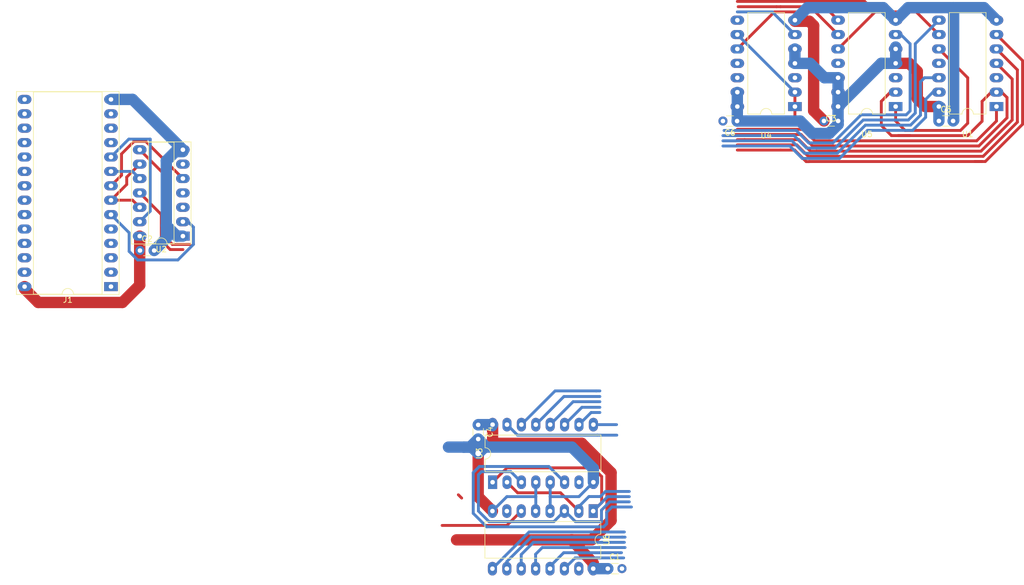
<source format=kicad_pcb>
(kicad_pcb (version 20221018) (generator pcbnew)
  (layers (0 "F.Cu" signal) (31 "B.Cu" signal) (34 "B.Paste" user) (35 "F.Paste" user) (36 "B.SilkS" user "B.Silkscreen") (37 "F.SilkS" user "F.Silkscreen") (38 "B.Mask" user) (39 "F.Mask" user) (44 "Edge.Cuts" user))
  (net 0 "")
  (net 1 "+5V")
  (net 2 "GND")
  (net 8 "/PWM_IN")
  (net 9 "/DIR_IN")
  (net 10 "/H3_IN")
  (net 11 "/H2_IN")
  (net 12 "/H1_IN")
  (net 13 "/B_H_OUT")
  (net 14 "/G_H_OUT")
  (net 15 "/Y_H_OUT")
  (net 16 "/B_L_OUT")
  (net 17 "/G_L_OUT")
  (net 18 "/Y_L_OUT")
  (net 29 "Net-(U6-~{Y2})")
  (net 30 "Net-(U6-~{Y3})")
  (net 31 "Net-(U3-~{Y4})")
  (net 32 "Net-(U3-~{Y5})")
  (net 33 "Net-(U6-~{Y5})")
  (net 34 "Net-(U6-~{Y1})")
  (net 35 "Net-(U3-~{Y2})")
  (net 36 "Net-(U3-~{Y6})")
  (net 37 "/adressInverter/{slash}PWM")
  (net 38 "/adressInverter/H1_OUT")
  (net 39 "/adressInverter/H2_OUT")
  (net 40 "/adressInverter/H3_OUT")
  (net 42 "Net-(U3-~{Y3})")
  (net 43 "Net-(U3-~{Y1})")
  (net 44 "unconnected-(U3-~{Y0}-Pad15)")
  (net 45 "Net-(U6-~{Y6})")
  (net 46 "Net-(U6-~{Y4})")
  (footprint "Capacitor_THT:C_Disc_D3.0mm_W1.6mm_P2.50mm" (layer "F.Cu") (at 140.986578 145.0198)
    (fp_text reference "C1" (at 1.25 -2.05) (layer "F.SilkS"))
    (fp_text value "100n")
    (fp_line (start 0.621 -0.92) (end 1.879 -0.92) (stroke (width 0.12)) (layer "F.SilkS"))
    (fp_line (start 0.621 0.92) (end 1.879 0.92) (stroke (width 0.12)) (layer "F.SilkS"))
    (pad "1" thru_hole circle (at 0 0) (size 1.6 1.6) (drill 0.8) (layers "*.Cu" "*.Mask") (net 1 "+5V"))
    (pad "2" thru_hole circle (at 2.5 0) (size 1.6 1.6) (drill 0.8) (layers "*.Cu" "*.Mask") (net 2 "GND"))
  )
  (footprint "Capacitor_THT:C_Disc_D3.0mm_W1.6mm_P2.50mm" (layer "F.Cu") (at 118.126578 119.6598 -90)
    (fp_text reference "C4" (at 1.25 -2.05 90) (layer "F.SilkS"))
    (fp_text value "100n")
    (fp_line (start 0.621 -0.92) (end 1.879 -0.92) (stroke (width 0.12)) (layer "F.SilkS"))
    (fp_line (start 0.621 0.92) (end 1.879 0.92) (stroke (width 0.12)) (layer "F.SilkS"))
    (pad "1" thru_hole circle (at 0 0 270) (size 1.6 1.6) (drill 0.8) (layers "*.Cu" "*.Mask") (net 1 "+5V"))
    (pad "2" thru_hole circle (at 2.5 0 270) (size 1.6 1.6) (drill 0.8) (layers "*.Cu" "*.Mask") (net 2 "GND"))
  )
  (footprint "Package_DIP:DIP-14_W10.16mm_LongPads" (layer "F.Cu") (at 209.555 63.5 180)
    (fp_text reference "U1" (at 5.08 -4.885) (layer "F.SilkS"))
    (fp_text value "7421")
    (fp_line (start 1.845 -1.33) (end 1.845 16.57) (stroke (width 0.12)) (layer "F.SilkS"))
    (fp_line (start 1.845 16.57) (end 8.315 16.57) (stroke (width 0.12)) (layer "F.SilkS"))
    (fp_line (start 4.08 -1.33) (end 1.845 -1.33) (stroke (width 0.12)) (layer "F.SilkS"))
    (fp_line (start 8.315 -1.33) (end 6.08 -1.33) (stroke (width 0.12)) (layer "F.SilkS"))
    (fp_line (start 8.315 16.57) (end 8.315 -1.33) (stroke (width 0.12)) (layer "F.SilkS"))
    (fp_arc (start 6.08 -1.33) (mid 5.08 -0.33) (end 4.08 -1.33) (stroke (width 0.12)) (layer "F.SilkS"))
    (pad "1" thru_hole rect (at 0 0 180) (size 2.4 1.6) (drill 0.8) (layers "*.Cu" "*.Mask") (net 29 "Net-(U6-~{Y2})"))
    (pad "2" thru_hole oval (at 0 2.54 180) (size 2.4 1.6) (drill 0.8) (layers "*.Cu" "*.Mask") (net 30 "Net-(U6-~{Y3})"))
    (pad "3" thru_hole oval (at 0 5.08 180) (size 2.4 1.6) (drill 0.8) (layers "*.Cu" "*.Mask"))
    (pad "4" thru_hole oval (at 0 7.62 180) (size 2.4 1.6) (drill 0.8) (layers "*.Cu" "*.Mask") (net 31 "Net-(U3-~{Y4})"))
    (pad "5" thru_hole oval (at 0 10.16 180) (size 2.4 1.6) (drill 0.8) (layers "*.Cu" "*.Mask") (net 32 "Net-(U3-~{Y5})"))
    (pad "6" thru_hole oval (at 0 12.7 180) (size 2.4 1.6) (drill 0.8) (layers "*.Cu" "*.Mask") (net 17 "/G_L_OUT"))
    (pad "7" thru_hole oval (at 0 15.24 180) (size 2.4 1.6) (drill 0.8) (layers "*.Cu" "*.Mask") (net 2 "GND"))
    (pad "8" thru_hole oval (at 10.16 15.24 180) (size 2.4 1.6) (drill 0.8) (layers "*.Cu" "*.Mask") (net 16 "/B_L_OUT"))
    (pad "9" thru_hole oval (at 10.16 12.7 180) (size 2.4 1.6) (drill 0.8) (layers "*.Cu" "*.Mask") (net 33 "Net-(U6-~{Y5})"))
    (pad "10" thru_hole oval (at 10.16 10.16 180) (size 2.4 1.6) (drill 0.8) (layers "*.Cu" "*.Mask") (net 34 "Net-(U6-~{Y1})"))
    (pad "11" thru_hole oval (at 10.16 7.62 180) (size 2.4 1.6) (drill 0.8) (layers "*.Cu" "*.Mask"))
    (pad "12" thru_hole oval (at 10.16 5.08 180) (size 2.4 1.6) (drill 0.8) (layers "*.Cu" "*.Mask") (net 35 "Net-(U3-~{Y2})"))
    (pad "13" thru_hole oval (at 10.16 2.54 180) (size 2.4 1.6) (drill 0.8) (layers "*.Cu" "*.Mask") (net 36 "Net-(U3-~{Y6})"))
    (pad "14" thru_hole oval (at 10.16 0 180) (size 2.4 1.6) (drill 0.8) (layers "*.Cu" "*.Mask") (net 1 "+5V"))
  )
  (footprint "Capacitor_THT:C_Disc_D3.0mm_W1.6mm_P2.50mm" (layer "F.Cu") (at 163.8 66.06 180)
    (fp_text reference "C6" (at 1.25 -2.05) (layer "F.SilkS"))
    (fp_text value "100n")
    (fp_line (start 0.621 -0.92) (end 1.879 -0.92) (stroke (width 0.12)) (layer "F.SilkS"))
    (fp_line (start 0.621 0.92) (end 1.879 0.92) (stroke (width 0.12)) (layer "F.SilkS"))
    (pad "1" thru_hole circle (at 0 0 180) (size 1.6 1.6) (drill 0.8) (layers "*.Cu" "*.Mask") (net 1 "+5V"))
    (pad "2" thru_hole circle (at 2.5 0 180) (size 1.6 1.6) (drill 0.8) (layers "*.Cu" "*.Mask") (net 2 "GND"))
  )
  (footprint "Capacitor_THT:C_Disc_D3.0mm_W1.6mm_P2.50mm" (layer "F.Cu") (at 199.4 66.045)
    (fp_text reference "C5" (at 1.25 -2.05) (layer "F.SilkS"))
    (fp_text value "100n")
    (fp_line (start 0.621 -0.92) (end 1.879 -0.92) (stroke (width 0.12)) (layer "F.SilkS"))
    (fp_line (start 0.621 0.92) (end 1.879 0.92) (stroke (width 0.12)) (layer "F.SilkS"))
    (pad "1" thru_hole circle (at 0 0) (size 1.6 1.6) (drill 0.8) (layers "*.Cu" "*.Mask") (net 1 "+5V"))
    (pad "2" thru_hole circle (at 2.5 0) (size 1.6 1.6) (drill 0.8) (layers "*.Cu" "*.Mask") (net 2 "GND"))
  )
  (footprint "Package_DIP:DIP-16_W10.16mm_LongPads" (layer "F.Cu") (at 138.416578 134.8648 -90)
    (fp_text reference "U6" (at 5.08 -2.33 90) (layer "F.SilkS"))
    (fp_text value "74LS138")
    (fp_line (start 1.845 -1.33) (end 1.845 19.11) (stroke (width 0.12)) (layer "F.SilkS"))
    (fp_line (start 1.845 19.11) (end 8.315 19.11) (stroke (width 0.12)) (layer "F.SilkS"))
    (fp_line (start 4.08 -1.33) (end 1.845 -1.33) (stroke (width 0.12)) (layer "F.SilkS"))
    (fp_line (start 8.315 -1.33) (end 6.08 -1.33) (stroke (width 0.12)) (layer "F.SilkS"))
    (fp_line (start 8.315 19.11) (end 8.315 -1.33) (stroke (width 0.12)) (layer "F.SilkS"))
    (fp_arc (start 6.08 -1.33) (mid 5.08 -0.33) (end 4.08 -1.33) (stroke (width 0.12)) (layer "F.SilkS"))
    (pad "1" thru_hole rect (at 0 0 270) (size 2.4 1.6) (drill 0.8) (layers "*.Cu" "*.Mask") (net 38 "/adressInverter/H1_OUT"))
    (pad "2" thru_hole oval (at 0 2.54 270) (size 2.4 1.6) (drill 0.8) (layers "*.Cu" "*.Mask") (net 39 "/adressInverter/H2_OUT"))
    (pad "3" thru_hole oval (at 0 5.08 270) (size 2.4 1.6) (drill 0.8) (layers "*.Cu" "*.Mask") (net 40 "/adressInverter/H3_OUT"))
    (pad "4" thru_hole oval (at 0 7.62 270) (size 2.4 1.6) (drill 0.8) (layers "*.Cu" "*.Mask") (net 2 "GND"))
    (pad "5" thru_hole oval (at 0 10.16 270) (size 2.4 1.6) (drill 0.8) (layers "*.Cu" "*.Mask") (net 2 "GND"))
    (pad "6" thru_hole oval (at 0 12.7 270) (size 2.4 1.6) (drill 0.8) (layers "*.Cu" "*.Mask") (net 8 "/PWM_IN"))
    (pad "7" thru_hole oval (at 0 15.24 270) (size 2.4 1.6) (drill 0.8) (layers "*.Cu" "*.Mask"))
    (pad "8" thru_hole oval (at 0 17.78 270) (size 2.4 1.6) (drill 0.8) (layers "*.Cu" "*.Mask") (net 2 "GND"))
    (pad "9" thru_hole oval (at 10.16 17.78 270) (size 2.4 1.6) (drill 0.8) (layers "*.Cu" "*.Mask") (net 45 "Net-(U6-~{Y6})"))
    (pad "10" thru_hole oval (at 10.16 15.24 270) (size 2.4 1.6) (drill 0.8) (layers "*.Cu" "*.Mask") (net 33 "Net-(U6-~{Y5})"))
    (pad "11" thru_hole oval (at 10.16 12.7 270) (size 2.4 1.6) (drill 0.8) (layers "*.Cu" "*.Mask") (net 46 "Net-(U6-~{Y4})"))
    (pad "12" thru_hole oval (at 10.16 10.16 270) (size 2.4 1.6) (drill 0.8) (layers "*.Cu" "*.Mask") (net 30 "Net-(U6-~{Y3})"))
    (pad "13" thru_hole oval (at 10.16 7.62 270) (size 2.4 1.6) (drill 0.8) (layers "*.Cu" "*.Mask") (net 29 "Net-(U6-~{Y2})"))
    (pad "14" thru_hole oval (at 10.16 5.08 270) (size 2.4 1.6) (drill 0.8) (layers "*.Cu" "*.Mask") (net 34 "Net-(U6-~{Y1})"))
    (pad "15" thru_hole oval (at 10.16 2.54 270) (size 2.4 1.6) (drill 0.8) (layers "*.Cu" "*.Mask"))
    (pad "16" thru_hole oval (at 10.16 0 270) (size 2.4 1.6) (drill 0.8) (layers "*.Cu" "*.Mask") (net 1 "+5V"))
  )
  (footprint "Capacitor_THT:C_Disc_D3.0mm_W1.6mm_P2.50mm" (layer "F.Cu") (at 181.62 66.045 180)
    (fp_text reference "C3" (at 1.25 0.4452) (layer "F.SilkS"))
    (fp_text value "100n")
    (fp_line (start 0.621 -0.92) (end 1.879 -0.92) (stroke (width 0.12)) (layer "F.SilkS"))
    (fp_line (start 0.621 0.92) (end 1.879 0.92) (stroke (width 0.12)) (layer "F.SilkS"))
    (pad "1" thru_hole circle (at 0 0 180) (size 1.6 1.6) (drill 0.8) (layers "*.Cu" "*.Mask") (net 1 "+5V"))
    (pad "2" thru_hole circle (at 2.5 0 180) (size 1.6 1.6) (drill 0.8) (layers "*.Cu" "*.Mask") (net 2 "GND"))
  )
  (footprint "Package_DIP:DIP-28_W15.24mm_Socket_LongPads" (layer "F.Cu") (at 53.345 95.265 180)
    (fp_text reference "J1" (at 7.62 -2.33) (layer "F.SilkS"))
    (fp_text value "Conn_02x14_Counter_Clockwise")
    (fp_line (start -1.44 -1.39) (end -1.44 34.41) (stroke (width 0.12)) (layer "F.SilkS"))
    (fp_line (start -1.44 34.41) (end 16.68 34.41) (stroke (width 0.12)) (layer "F.SilkS"))
    (fp_line (start 1.56 -1.33) (end 1.56 34.35) (stroke (width 0.12)) (layer "F.SilkS"))
    (fp_line (start 1.56 34.35) (end 13.68 34.35) (stroke (width 0.12)) (layer "F.SilkS"))
    (fp_line (start 6.62 -1.33) (end 1.56 -1.33) (stroke (width 0.12)) (layer "F.SilkS"))
    (fp_line (start 13.68 -1.33) (end 8.62 -1.33) (stroke (width 0.12)) (layer "F.SilkS"))
    (fp_line (start 13.68 34.35) (end 13.68 -1.33) (stroke (width 0.12)) (layer "F.SilkS"))
    (fp_line (start 16.68 -1.39) (end -1.44 -1.39) (stroke (width 0.12)) (layer "F.SilkS"))
    (fp_line (start 16.68 34.41) (end 16.68 -1.39) (stroke (width 0.12)) (layer "F.SilkS"))
    (fp_arc (start 8.62 -1.33) (mid 7.62 -0.33) (end 6.62 -1.33) (stroke (width 0.12)) (layer "F.SilkS"))
    (pad "1" thru_hole rect (at 0 0 180) (size 2.4 1.6) (drill 0.8) (layers "*.Cu" "*.Mask"))
    (pad "2" thru_hole oval (at 0 2.54 180) (size 2.4 1.6) (drill 0.8) (layers "*.Cu" "*.Mask"))
    (pad "3" thru_hole oval (at 0 5.08 180) (size 2.4 1.6) (drill 0.8) (layers "*.Cu" "*.Mask"))
    (pad "4" thru_hole oval (at 0 7.62 180) (size 2.4 1.6) (drill 0.8) (layers "*.Cu" "*.Mask"))
    (pad "5" thru_hole oval (at 0 10.16 180) (size 2.4 1.6) (drill 0.8) (layers "*.Cu" "*.Mask"))
    (pad "6" thru_hole oval (at 0 12.7 180) (size 2.4 1.6) (drill 0.8) (layers "*.Cu" "*.Mask") (net 8 "/PWM_IN"))
    (pad "7" thru_hole oval (at 0 15.24 180) (size 2.4 1.6) (drill 0.8) (layers "*.Cu" "*.Mask") (net 9 "/DIR_IN"))
    (pad "8" thru_hole oval (at 0 17.78 180) (size 2.4 1.6) (drill 0.8) (layers "*.Cu" "*.Mask") (net 10 "/H3_IN"))
    (pad "9" thru_hole oval (at 0 20.32 180) (size 2.4 1.6) (drill 0.8) (layers "*.Cu" "*.Mask") (net 11 "/H2_IN"))
    (pad "10" thru_hole oval (at 0 22.86 180) (size 2.4 1.6) (drill 0.8) (layers "*.Cu" "*.Mask") (net 12 "/H1_IN"))
    (pad "11" thru_hole oval (at 0 25.4 180) (size 2.4 1.6) (drill 0.8) (layers "*.Cu" "*.Mask") (net 13 "/B_H_OUT"))
    (pad "12" thru_hole oval (at 0 27.94 180) (size 2.4 1.6) (drill 0.8) (layers "*.Cu" "*.Mask") (net 14 "/G_H_OUT"))
    (pad "13" thru_hole oval (at 0 30.48 180) (size 2.4 1.6) (drill 0.8) (layers "*.Cu" "*.Mask") (net 15 "/Y_H_OUT"))
    (pad "14" thru_hole oval (at 0 33.02 180) (size 2.4 1.6) (drill 0.8) (layers "*.Cu" "*.Mask") (net 2 "GND"))
    (pad "15" thru_hole oval (at 15.24 33.02 180) (size 2.4 1.6) (drill 0.8) (layers "*.Cu" "*.Mask") (net 16 "/B_L_OUT"))
    (pad "16" thru_hole oval (at 15.24 30.48 180) (size 2.4 1.6) (drill 0.8) (layers "*.Cu" "*.Mask") (net 17 "/G_L_OUT"))
    (pad "17" thru_hole oval (at 15.24 27.94 180) (size 2.4 1.6) (drill 0.8) (layers "*.Cu" "*.Mask") (net 18 "/Y_L_OUT"))
    (pad "18" thru_hole oval (at 15.24 25.4 180) (size 2.4 1.6) (drill 0.8) (layers "*.Cu" "*.Mask"))
    (pad "19" thru_hole oval (at 15.24 22.86 180) (size 2.4 1.6) (drill 0.8) (layers "*.Cu" "*.Mask"))
    (pad "20" thru_hole oval (at 15.24 20.32 180) (size 2.4 1.6) (drill 0.8) (layers "*.Cu" "*.Mask"))
    (pad "21" thru_hole oval (at 15.24 17.78 180) (size 2.4 1.6) (drill 0.8) (layers "*.Cu" "*.Mask"))
    (pad "22" thru_hole oval (at 15.24 15.24 180) (size 2.4 1.6) (drill 0.8) (layers "*.Cu" "*.Mask"))
    (pad "23" thru_hole oval (at 15.24 12.7 180) (size 2.4 1.6) (drill 0.8) (layers "*.Cu" "*.Mask"))
    (pad "24" thru_hole oval (at 15.24 10.16 180) (size 2.4 1.6) (drill 0.8) (layers "*.Cu" "*.Mask"))
    (pad "25" thru_hole oval (at 15.24 7.62 180) (size 2.4 1.6) (drill 0.8) (layers "*.Cu" "*.Mask"))
    (pad "26" thru_hole oval (at 15.24 5.08 180) (size 2.4 1.6) (drill 0.8) (layers "*.Cu" "*.Mask"))
    (pad "27" thru_hole oval (at 15.24 2.54 180) (size 2.4 1.6) (drill 0.8) (layers "*.Cu" "*.Mask"))
    (pad "28" thru_hole oval (at 15.24 0 180) (size 2.4 1.6) (drill 0.8) (layers "*.Cu" "*.Mask") (net 1 "+5V"))
  )
  (footprint "Package_DIP:DIP-14_W7.62mm_Socket_LongPads" (layer "F.Cu") (at 66.03 86.36 180)
    (fp_text reference "U2" (at 3.81 -2.33) (layer "F.SilkS"))
    (fp_text value "74LS86" hide)
    (fp_line (start -1.44 -1.39) (end -1.44 16.63) (stroke (width 0.12)) (layer "F.SilkS"))
    (fp_line (start -1.44 16.63) (end 9.06 16.63) (stroke (width 0.12)) (layer "F.SilkS"))
    (fp_line (start 1.56 -1.33) (end 1.56 16.57) (stroke (width 0.12)) (layer "F.SilkS"))
    (fp_line (start 1.56 16.57) (end 6.06 16.57) (stroke (width 0.12)) (layer "F.SilkS"))
    (fp_line (start 2.81 -1.33) (end 1.56 -1.33) (stroke (width 0.12)) (layer "F.SilkS"))
    (fp_line (start 6.06 -1.33) (end 4.81 -1.33) (stroke (width 0.12)) (layer "F.SilkS"))
    (fp_line (start 6.06 16.57) (end 6.06 -1.33) (stroke (width 0.12)) (layer "F.SilkS"))
    (fp_line (start 9.06 -1.39) (end -1.44 -1.39) (stroke (width 0.12)) (layer "F.SilkS"))
    (fp_line (start 9.06 16.63) (end 9.06 -1.39) (stroke (width 0.12)) (layer "F.SilkS"))
    (fp_arc (start 4.81 -1.33) (mid 3.81 -0.33) (end 2.81 -1.33) (stroke (width 0.12)) (layer "F.SilkS"))
    (pad "1" thru_hole rect (at 0 0 180) (size 2.4 1.6) (drill 0.8) (layers "*.Cu" "*.Mask") (net 2 "GND"))
    (pad "2" thru_hole oval (at 0 2.54 180) (size 2.4 1.6) (drill 0.8) (layers "*.Cu" "*.Mask") (net 8 "/PWM_IN"))
    (pad "3" thru_hole oval (at 0 5.08 180) (size 2.4 1.6) (drill 0.8) (layers "*.Cu" "*.Mask") (net 37 "/adressInverter/{slash}PWM"))
    (pad "4" thru_hole oval (at 0 7.62 180) (size 2.4 1.6) (drill 0.8) (layers "*.Cu" "*.Mask") (net 9 "/DIR_IN"))
    (pad "5" thru_hole oval (at 0 10.16 180) (size 2.4 1.6) (drill 0.8) (layers "*.Cu" "*.Mask") (net 10 "/H3_IN"))
    (pad "6" thru_hole oval (at 0 12.7 180) (size 2.4 1.6) (drill 0.8) (layers "*.Cu" "*.Mask") (net 38 "/adressInverter/H1_OUT"))
    (pad "7" thru_hole oval (at 0 15.24 180) (size 2.4 1.6) (drill 0.8) (layers "*.Cu" "*.Mask") (net 2 "GND"))
    (pad "8" thru_hole oval (at 7.62 15.24 180) (size 2.4 1.6) (drill 0.8) (layers "*.Cu" "*.Mask") (net 39 "/adressInverter/H2_OUT"))
    (pad "9" thru_hole oval (at 7.62 12.7 180) (size 2.4 1.6) (drill 0.8) (layers "*.Cu" "*.Mask") (net 9 "/DIR_IN"))
    (pad "10" thru_hole oval (at 7.62 10.16 180) (size 2.4 1.6) (drill 0.8) (layers "*.Cu" "*.Mask") (net 11 "/H2_IN"))
    (pad "11" thru_hole oval (at 7.62 7.62 180) (size 2.4 1.6) (drill 0.8) (layers "*.Cu" "*.Mask") (net 40 "/adressInverter/H3_OUT"))
    (pad "12" thru_hole oval (at 7.62 5.08 180) (size 2.4 1.6) (drill 0.8) (layers "*.Cu" "*.Mask") (net 9 "/DIR_IN"))
    (pad "13" thru_hole oval (at 7.62 2.54 180) (size 2.4 1.6) (drill 0.8) (layers "*.Cu" "*.Mask") (net 12 "/H1_IN"))
    (pad "14" thru_hole oval (at 7.62 0 180) (size 2.4 1.6) (drill 0.8) (layers "*.Cu" "*.Mask") (net 1 "+5V"))
  )
  (footprint "Package_DIP:DIP-14_W10.16mm_LongPads" (layer "F.Cu") (at 191.77 63.5 180)
    (fp_text reference "U5" (at 5.08 -4.885) (layer "F.SilkS"))
    (fp_text value "7421")
    (fp_line (start 1.845 -1.33) (end 1.845 16.57) (stroke (width 0.12)) (layer "F.SilkS"))
    (fp_line (start 1.845 16.57) (end 8.315 16.57) (stroke (width 0.12)) (layer "F.SilkS"))
    (fp_line (start 4.08 -1.33) (end 1.845 -1.33) (stroke (width 0.12)) (layer "F.SilkS"))
    (fp_line (start 8.315 -1.33) (end 6.08 -1.33) (stroke (width 0.12)) (layer "F.SilkS"))
    (fp_line (start 8.315 16.57) (end 8.315 -1.33) (stroke (width 0.12)) (layer "F.SilkS"))
    (fp_arc (start 6.08 -1.33) (mid 5.08 -0.33) (end 4.08 -1.33) (stroke (width 0.12)) (layer "F.SilkS"))
    (pad "1" thru_hole rect (at 0 0 180) (size 2.4 1.6) (drill 0.8) (layers "*.Cu" "*.Mask") (net 34 "Net-(U6-~{Y1})"))
    (pad "2" thru_hole oval (at 0 2.54 180) (size 2.4 1.6) (drill 0.8) (layers "*.Cu" "*.Mask") (net 30 "Net-(U6-~{Y3})"))
    (pad "3" thru_hole oval (at 0 5.08 180) (size 2.4 1.6) (drill 0.8) (layers "*.Cu" "*.Mask"))
    (pad "4" thru_hole oval (at 0 7.62 180) (size 2.4 1.6) (drill 0.8) (layers "*.Cu" "*.Mask") (net 1 "+5V"))
    (pad "5" thru_hole oval (at 0 10.16 180) (size 2.4 1.6) (drill 0.8) (layers "*.Cu" "*.Mask") (net 1 "+5V"))
    (pad "6" thru_hole oval (at 0 12.7 180) (size 2.4 1.6) (drill 0.8) (layers "*.Cu" "*.Mask") (net 15 "/Y_H_OUT"))
    (pad "7" thru_hole oval (at 0 15.24 180) (size 2.4 1.6) (drill 0.8) (layers "*.Cu" "*.Mask") (net 2 "GND"))
    (pad "8" thru_hole oval (at 10.16 15.24 180) (size 2.4 1.6) (drill 0.8) (layers "*.Cu" "*.Mask") (net 14 "/G_H_OUT"))
    (pad "9" thru_hole oval (at 10.16 12.7 180) (size 2.4 1.6) (drill 0.8) (layers "*.Cu" "*.Mask") (net 46 "Net-(U6-~{Y4})"))
    (pad "10" thru_hole oval (at 10.16 10.16 180) (size 2.4 1.6) (drill 0.8) (layers "*.Cu" "*.Mask") (net 33 "Net-(U6-~{Y5})"))
    (pad "11" thru_hole oval (at 10.16 7.62 180) (size 2.4 1.6) (drill 0.8) (layers "*.Cu" "*.Mask"))
    (pad "12" thru_hole oval (at 10.16 5.08 180) (size 2.4 1.6) (drill 0.8) (layers "*.Cu" "*.Mask") (net 1 "+5V"))
    (pad "13" thru_hole oval (at 10.16 2.54 180) (size 2.4 1.6) (drill 0.8) (layers "*.Cu" "*.Mask") (net 1 "+5V"))
    (pad "14" thru_hole oval (at 10.16 0 180) (size 2.4 1.6) (drill 0.8) (layers "*.Cu" "*.Mask") (net 1 "+5V"))
  )
  (footprint "Package_DIP:DIP-16_W10.16mm_LongPads" (layer "F.Cu") (at 120.666578 129.7748 90)
    (fp_text reference "U3" (at 5.08 -2.33 90) (layer "F.SilkS"))
    (fp_text value "74LS138")
    (fp_line (start 1.845 -1.33) (end 1.845 19.11) (stroke (width 0.12)) (layer "F.SilkS"))
    (fp_line (start 1.845 19.11) (end 8.315 19.11) (stroke (width 0.12)) (layer "F.SilkS"))
    (fp_line (start 4.08 -1.33) (end 1.845 -1.33) (stroke (width 0.12)) (layer "F.SilkS"))
    (fp_line (start 8.315 -1.33) (end 6.08 -1.33) (stroke (width 0.12)) (layer "F.SilkS"))
    (fp_line (start 8.315 19.11) (end 8.315 -1.33) (stroke (width 0.12)) (layer "F.SilkS"))
    (fp_arc (start 6.08 -1.33) (mid 5.08 -0.33) (end 4.08 -1.33) (stroke (width 0.12)) (layer "F.SilkS"))
    (pad "1" thru_hole rect (at 0 0 90) (size 2.4 1.6) (drill 0.8) (layers "*.Cu" "*.Mask") (net 38 "/adressInverter/H1_OUT"))
    (pad "2" thru_hole oval (at 0 2.54 90) (size 2.4 1.6) (drill 0.8) (layers "*.Cu" "*.Mask") (net 39 "/adressInverter/H2_OUT"))
    (pad "3" thru_hole oval (at 0 5.08 90) (size 2.4 1.6) (drill 0.8) (layers "*.Cu" "*.Mask") (net 40 "/adressInverter/H3_OUT"))
    (pad "4" thru_hole oval (at 0 7.62 90) (size 2.4 1.6) (drill 0.8) (layers "*.Cu" "*.Mask") (net 2 "GND"))
    (pad "5" thru_hole oval (at 0 10.16 90) (size 2.4 1.6) (drill 0.8) (layers "*.Cu" "*.Mask") (net 2 "GND"))
    (pad "6" thru_hole oval (at 0 12.7 90) (size 2.4 1.6) (drill 0.8) (layers "*.Cu" "*.Mask") (net 37 "/adressInverter/{slash}PWM"))
    (pad "7" thru_hole oval (at 0 15.24 90) (size 2.4 1.6) (drill 0.8) (layers "*.Cu" "*.Mask"))
    (pad "8" thru_hole oval (at 0 17.78 90) (size 2.4 1.6) (drill 0.8) (layers "*.Cu" "*.Mask") (net 2 "GND"))
    (pad "9" thru_hole oval (at 10.16 17.78 90) (size 2.4 1.6) (drill 0.8) (layers "*.Cu" "*.Mask") (net 36 "Net-(U3-~{Y6})"))
    (pad "10" thru_hole oval (at 10.16 15.24 90) (size 2.4 1.6) (drill 0.8) (layers "*.Cu" "*.Mask") (net 32 "Net-(U3-~{Y5})"))
    (pad "11" thru_hole oval (at 10.16 12.7 90) (size 2.4 1.6) (drill 0.8) (layers "*.Cu" "*.Mask") (net 31 "Net-(U3-~{Y4})"))
    (pad "12" thru_hole oval (at 10.16 10.16 90) (size 2.4 1.6) (drill 0.8) (layers "*.Cu" "*.Mask") (net 42 "Net-(U3-~{Y3})"))
    (pad "13" thru_hole oval (at 10.16 7.62 90) (size 2.4 1.6) (drill 0.8) (layers "*.Cu" "*.Mask") (net 35 "Net-(U3-~{Y2})"))
    (pad "14" thru_hole oval (at 10.16 5.08 90) (size 2.4 1.6) (drill 0.8) (layers "*.Cu" "*.Mask") (net 43 "Net-(U3-~{Y1})"))
    (pad "15" thru_hole oval (at 10.16 2.54 90) (size 2.4 1.6) (drill 0.8) (layers "*.Cu" "*.Mask") (net 44 "unconnected-(U3-~{Y0}-Pad15)"))
    (pad "16" thru_hole oval (at 10.16 0 90) (size 2.4 1.6) (drill 0.8) (layers "*.Cu" "*.Mask") (net 1 "+5V"))
  )
  (footprint "Package_DIP:DIP-14_W10.16mm_LongPads" (layer "F.Cu") (at 174 63.505 180)
    (fp_text reference "U4" (at 5.075 -5.09) (layer "F.SilkS"))
    (fp_text value "7421")
    (fp_line (start 1.845 -1.33) (end 1.845 16.57) (stroke (width 0.12)) (layer "F.SilkS"))
    (fp_line (start 1.845 16.57) (end 8.315 16.57) (stroke (width 0.12)) (layer "F.SilkS"))
    (fp_line (start 4.08 -1.33) (end 1.845 -1.33) (stroke (width 0.12)) (layer "F.SilkS"))
    (fp_line (start 8.315 -1.33) (end 6.08 -1.33) (stroke (width 0.12)) (layer "F.SilkS"))
    (fp_line (start 8.315 16.57) (end 8.315 -1.33) (stroke (width 0.12)) (layer "F.SilkS"))
    (fp_arc (start 6.08 -1.33) (mid 5.08 -0.33) (end 4.08 -1.33) (stroke (width 0.12)) (layer "F.SilkS"))
    (pad "1" thru_hole rect (at 0 0 180) (size 2.4 1.6) (drill 0.8) (layers "*.Cu" "*.Mask") (net 29 "Net-(U6-~{Y2})"))
    (pad "2" thru_hole oval (at 0 2.54 180) (size 2.4 1.6) (drill 0.8) (layers "*.Cu" "*.Mask") (net 45 "Net-(U6-~{Y6})"))
    (pad "3" thru_hole oval (at 0 5.08 180) (size 2.4 1.6) (drill 0.8) (layers "*.Cu" "*.Mask"))
    (pad "4" thru_hole oval (at 0 7.62 180) (size 2.4 1.6) (drill 0.8) (layers "*.Cu" "*.Mask") (net 1 "+5V"))
    (pad "5" thru_hole oval (at 0 10.16 180) (size 2.4 1.6) (drill 0.8) (layers "*.Cu" "*.Mask") (net 1 "+5V"))
    (pad "6" thru_hole oval (at 0 12.7 180) (size 2.4 1.6) (drill 0.8) (layers "*.Cu" "*.Mask") (net 13 "/B_H_OUT"))
    (pad "7" thru_hole oval (at 0 15.24 180) (size 2.4 1.6) (drill 0.8) (layers "*.Cu" "*.Mask") (net 2 "GND"))
    (pad "8" thru_hole oval (at 10.16 15.24 180) (size 2.4 1.6) (drill 0.8) (layers "*.Cu" "*.Mask") (net 18 "/Y_L_OUT"))
    (pad "9" thru_hole oval (at 10.16 12.7 180) (size 2.4 1.6) (drill 0.8) (layers "*.Cu" "*.Mask") (net 45 "Net-(U6-~{Y6})"))
    (pad "10" thru_hole oval (at 10.16 10.16 180) (size 2.4 1.6) (drill 0.8) (layers "*.Cu" "*.Mask") (net 46 "Net-(U6-~{Y4})"))
    (pad "11" thru_hole oval (at 10.16 7.62 180) (size 2.4 1.6) (drill 0.8) (layers "*.Cu" "*.Mask"))
    (pad "12" thru_hole oval (at 10.16 5.08 180) (size 2.4 1.6) (drill 0.8) (layers "*.Cu" "*.Mask") (net 43 "Net-(U3-~{Y1})"))
    (pad "13" thru_hole oval (at 10.16 2.54 180) (size 2.4 1.6) (drill 0.8) (layers "*.Cu" "*.Mask") (net 42 "Net-(U3-~{Y3})"))
    (pad "14" thru_hole oval (at 10.16 0 180) (size 2.4 1.6) (drill 0.8) (layers "*.Cu" "*.Mask") (net 1 "+5V"))
  )
  (footprint "Capacitor_THT:C_Disc_D3.0mm_W1.6mm_P2.50mm" (layer "F.Cu") (at 58.46 88.9)
    (fp_text reference "C2" (at 1.25 -2.05) (layer "F.SilkS"))
    (fp_text value "100n")
    (fp_line (start 0.621 -0.92) (end 1.879 -0.92) (stroke (width 0.12)) (layer "F.SilkS"))
    (fp_line (start 0.621 0.92) (end 1.879 0.92) (stroke (width 0.12)) (layer "F.SilkS"))
    (pad "1" thru_hole circle (at 0 0) (size 1.6 1.6) (drill 0.8) (layers "*.Cu" "*.Mask") (net 1 "+5V"))
    (pad "2" thru_hole circle (at 2.5 0) (size 1.6 1.6) (drill 0.8) (layers "*.Cu" "*.Mask") (net 2 "GND"))
  )
  (segment (start 40.505 98.065) (end 55.3578 98.065) (width 2) (layer "F.Cu") (net 1))
  (segment (start 119.381578 139.9398) (end 134.621578 139.9398) (width 2) (layer "F.Cu") (net 1))
  (segment (start 141.567378 136.5268) (end 138.154378 139.9398) (width 2) (layer "F.Cu") (net 1))
  (segment (start 194.17 55.88) (end 195.59 57.3) (width 2) (layer "F.Cu") (net 1))
  (segment (start 120.666578 122.918219) (end 136.403474 122.918219) (width 2) (layer "F.Cu") (net 1))
  (segment (start 55.3578 98.065) (end 58.41 95.0128) (width 2) (layer "F.Cu") (net 1))
  (segment (start 196.995 63.5) (end 199.395 63.5) (width 2) (layer "F.Cu") (net 1))
  (segment (start 195.59 57.3) (end 195.59 62.095) (width 2) (layer "F.Cu") (net 1))
  (segment (start 138.416578 144.044479) (end 138.416578 145.0248) (width 2) (layer "F.Cu") (net 1))
  (segment (start 38.105 95.665) (end 40.505 98.065) (width 2) (layer "F.Cu") (net 1))
  (segment (start 120.666578 119.6148) (end 120.666578 122.918219) (width 2) (layer "F.Cu") (net 1))
  (segment (start 58.41 95.0128) (end 58.41 86.36) (width 2) (layer "F.Cu") (net 1))
  (segment (start 138.154378 139.9398) (end 134.621578 139.9398) (width 2) (layer "F.Cu") (net 1))
  (segment (start 141.567378 128.082123) (end 141.567378 136.5268) (width 2) (layer "F.Cu") (net 1))
  (segment (start 119.381578 139.9398) (end 114.301578 139.9398) (width 2) (layer "F.Cu") (net 1))
  (segment (start 38.105 95.265) (end 38.105 95.665) (width 2) (layer "F.Cu") (net 1))
  (segment (start 136.403474 122.918219) (end 141.567378 128.082123) (width 2) (layer "F.Cu") (net 1))
  (segment (start 191.77 55.88) (end 194.17 55.88) (width 2) (layer "F.Cu") (net 1))
  (segment (start 134.621578 139.9398) (end 138.416578 144.044479) (width 2) (layer "F.Cu") (net 1))
  (segment (start 195.59 62.095) (end 196.995 63.5) (width 2) (layer "F.Cu") (net 1))
  (segment (start 118.171578 119.6148) (end 118.126578 119.6598) (width 2) (layer "B.Cu") (net 1))
  (segment (start 191.77 53.0164) (end 191.78 53.0064) (width 2) (layer "B.Cu") (net 1))
  (segment (start 177.1278 68.2664) (end 174.9214 66.06) (width 2) (layer "B.Cu") (net 1))
  (segment (start 163.84 66.06) (end 163.84 61.0098) (width 2) (layer "B.Cu") (net 1))
  (segment (start 199.4 66.045) (end 199.4 63.505) (width 2) (layer "B.Cu") (net 1))
  (segment (start 191.77 55.88) (end 191.77 53.0164) (width 2) (layer "B.Cu") (net 1))
  (segment (start 181.61 58.42) (end 179.21 58.42) (width 2) (layer "B.Cu") (net 1))
  (segment (start 180.033921 68.2514) (end 177.1278 68.2514) (width 2) (layer "B.Cu") (net 1))
  (segment (start 181.61 66.035) (end 181.62 66.045) (width 2) (layer "B.Cu") (net 1))
  (segment (start 179.21 58.42) (end 176.66 55.87) (width 2) (layer "B.Cu") (net 1))
  (segment (start 181.62 66.665321) (end 180.033921 68.2514) (width 2) (layer "B.Cu") (net 1))
  (segment (start 199.4 63.505) (end 199.395 63.5) (width 2) (layer "B.Cu") (net 1))
  (segment (start 181.62 63.49) (end 189.23 55.88) (width 2) (layer "B.Cu") (net 1))
  (segment (start 120.666578 119.6148) (end 118.171578 119.6148) (width 2) (layer "B.Cu") (net 1))
  (segment (start 181.61 66.035) (end 181.61 61.0048) (width 2) (layer "B.Cu") (net 1))
  (segment (start 189.23 55.88) (end 191.77 55.88) (width 2) (layer "B.Cu") (net 1))
  (segment (start 174 53.345) (end 174 55.885) (width 2) (layer "B.Cu") (net 1))
  (segment (start 181.61 58.42) (end 181.61 63.48) (width 2) (layer "B.Cu") (net 1))
  (segment (start 138.416578 145.0248) (end 140.981578 145.0248) (width 2) (layer "B.Cu") (net 1))
  (segment (start 176.66 55.885) (end 174 55.885) (width 2) (layer "B.Cu") (net 1))
  (segment (start 174.9214 66.06) (end 163.8 66.06) (width 2) (layer "B.Cu") (net 1))
  (segment (start 181.62 66.045) (end 181.62 66.665321) (width 2) (layer "B.Cu") (net 1))
  (segment (start 140.981578 145.0248) (end 140.986578 145.0198) (width 2) (layer "B.Cu") (net 1))
  (segment (start 118.126578 124.6998) (end 118.126578 132.3548) (width 2) (layer "F.Cu") (net 2))
  (segment (start 177.299999 58.44) (end 177.299999 49.224999) (width 2) (layer "F.Cu") (net 2))
  (segment (start 179.12 66.045) (end 177.299999 64.224999) (width 2) (layer "F.Cu") (net 2))
  (segment (start 118.126578 132.3548) (end 120.636578 134.8648) (width 2) (layer "F.Cu") (net 2))
  (segment (start 177.299999 64.239999) (end 177.299999 58.44) (width 2) (layer "F.Cu") (net 2))
  (segment (start 176.54 48.465) (end 174 48.465) (width 2) (layer "F.Cu") (net 2))
  (segment (start 177.299999 49.224999) (end 176.54 48.465) (width 2) (layer "F.Cu") (net 2))
  (via (at 118.126578 124.6998) (size 1.524) (drill 1) (layers "F.Cu" "B.Cu") (net 2))
  (segment (start 201.94 46.0536) (end 202.0014 46.115) (width 2) (layer "B.Cu") (net 2))
  (segment (start 63.1096 84.50776) (end 63.1096 73.060079) (width 2) (layer "B.Cu") (net 2))
  (segment (start 119.246578 123.2798) (end 119.246578 123.5798) (width 2) (layer "B.Cu") (net 2))
  (segment (start 201.94 46.0536) (end 207.3436 46.0536) (width 2) (layer "B.Cu") (net 2))
  (segment (start 66.03 86.36) (end 64.96184 86.36) (width 2) (layer "B.Cu") (net 2))
  (segment (start 193.9764 46.0536) (end 201.94 46.0536) (width 2) (layer "B.Cu") (net 2))
  (segment (start 115.586578 123.5798) (end 112.881578 123.5798) (width 2) (layer "B.Cu") (net 2))
  (segment (start 130.826578 132.3198) (end 130.826578 134.8348) (width 0.508) (layer "B.Cu") (net 2))
  (segment (start 60.96 88.9) (end 63.1096 86.7504) (width 2) (layer "B.Cu") (net 2))
  (segment (start 138.446578 127.3748) (end 138.446578 129.7748) (width 2) (layer "B.Cu") (net 2))
  (segment (start 128.286578 134.8348) (end 128.256578 134.8648) (width 0.508) (layer "B.Cu") (net 2))
  (segment (start 130.826578 134.8348) (end 130.796578 134.8648) (width 0.508) (layer "B.Cu") (net 2))
  (segment (start 57.155 62.245) (end 66.03 71.12) (width 2) (layer "B.Cu") (net 2))
  (segment (start 64.716079 71.4536) (end 66.04 71.4536) (width 2) (layer "B.Cu") (net 2))
  (segment (start 118.126578 122.1598) (end 119.246578 123.2798) (width 2) (layer "B.Cu") (net 2))
  (segment (start 128.286578 129.7748) (end 128.286578 132.3198) (width 0.508) (layer "B.Cu") (net 2))
  (segment (start 176.1964 46.0686) (end 174 48.265) (width 2) (layer "B.Cu") (net 2))
  (segment (start 123.181578 132.3198) (end 128.286578 132.3198) (width 0.508) (layer "B.Cu") (net 2))
  (segment (start 135.901578 132.3198) (end 130.826578 132.3198) (width 0.508) (layer "B.Cu") (net 2))
  (segment (start 134.651578 123.5798) (end 138.446578 127.3748) (width 2) (layer "B.Cu") (net 2))
  (segment (start 118.126578 122.1598) (end 116.706578 123.5798) (width 2) (layer "B.Cu") (net 2))
  (segment (start 191.77 48.26) (end 189.5636 46.0536) (width 2) (layer "B.Cu") (net 2))
  (segment (start 120.636578 134.8648) (end 123.181578 132.3198) (width 0.508) (layer "B.Cu") (net 2))
  (segment (start 116.706578 123.5798) (end 115.586578 123.5798) (width 2) (layer "B.Cu") (net 2))
  (segment (start 63.1096 73.060079) (end 64.716079 71.4536) (width 2) (layer "B.Cu") (net 2))
  (segment (start 128.286578 132.3198) (end 128.286578 134.8348) (width 0.508) (layer "B.Cu") (net 2))
  (segment (start 118.126578 124.6998) (end 119.246578 123.5798) (width 2) (layer "B.Cu") (net 2))
  (segment (start 202.0014 46.115) (end 202.0014 65.9436) (width 2) (layer "B.Cu") (net 2))
  (segment (start 189.5636 46.0536) (end 176.1964 46.0536) (width 2) (layer "B.Cu") (net 2))
  (segment (start 117.006578 123.5798) (end 115.586578 123.5798) (width 2) (layer "B.Cu") (net 2))
  (segment (start 118.126578 124.6998) (end 117.006578 123.5798) (width 2) (layer "B.Cu") (net 2))
  (segment (start 191.77 48.26) (end 193.9764 46.0536) (width 2) (layer "B.Cu") (net 2))
  (segment (start 138.446578 129.7748) (end 135.901578 132.3198) (width 0.508) (layer "B.Cu") (net 2))
  (segment (start 63.1096 86.7504) (end 63.1096 84.50776) (width 2) (layer "B.Cu") (net 2))
  (segment (start 130.826578 129.7748) (end 130.826578 132.3198) (width 0.508) (layer "B.Cu") (net 2))
  (segment (start 64.96184 86.36) (end 63.1096 84.50776) (width 2) (layer "B.Cu") (net 2))
  (segment (start 53.345 62.245) (end 57.155 62.245) (width 2) (layer "B.Cu") (net 2))
  (segment (start 119.246578 123.5798) (end 134.651578 123.5798) (width 2) (layer "B.Cu") (net 2))
  (segment (start 207.3436 46.0536) (end 209.55 48.26) (width 2) (layer "B.Cu") (net 2))
  (segment (start 202.0014 65.9436) (end 201.9 66.045) (width 2) (layer "B.Cu") (net 2))
  (segment (start 123.181578 137.3998) (end 111.761578 137.3998) (width 0.508) (layer "F.Cu") (net 8))
  (segment (start 125.716578 134.8648) (end 123.856178 136.7252) (width 0.508) (layer "F.Cu") (net 8))
  (segment (start 123.856178 136.7252) (end 123.181578 137.3998) (width 0.508) (layer "F.Cu") (net 8))
  (segment (start 66.938 83.82) (end 66.03 83.82) (width 0.508) (layer "F.Cu") (net 8))
  (segment (start 115.206778 132.5704) (end 114.626378 131.99) (width 0.508) (layer "F.Cu") (net 8))
  (segment (start 125.716578 134.8648) (end 125.716578 134.4648) (width 0.508) (layer "F.Cu") (net 8))
  (segment (start 56.5496 89.054918) (end 58.055082 90.5604) (width 0.508) (layer "B.Cu") (net 8))
  (segment (start 56.5496 85.7696) (end 56.5496 89.054918) (width 0.508) (layer "B.Cu") (net 8))
  (segment (start 66.03 83.82) (end 66.938 83.82) (width 0.508) (layer "B.Cu") (net 8))
  (segment (start 65.1504 90.5604) (end 67.8904 87.8204) (width 0.508) (layer "B.Cu") (net 8))
  (segment (start 53.345 82.565) (end 56.5496 85.7696) (width 0.508) (layer "B.Cu") (net 8))
  (segment (start 58.055082 90.5604) (end 65.1504 90.5604) (width 0.508) (layer "B.Cu") (net 8))
  (segment (start 66.938 83.82) (end 67.8904 84.7724) (width 0.508) (layer "B.Cu") (net 8))
  (segment (start 67.8904 84.7724) (end 67.8904 87.8204) (width 0.508) (layer "B.Cu") (net 8))
  (segment (start 57.155 80.025) (end 58.41 81.28) (width 0.508) (layer "F.Cu") (net 9))
  (segment (start 53.345 80.025) (end 57.155 80.025) (width 0.508) (layer "F.Cu") (net 9))
  (segment (start 56.1198 75.9502) (end 58.41 73.66) (width 0.508) (layer "F.Cu") (net 9))
  (segment (start 53.345 80.025) (end 56.1198 77.2502) (width 0.508) (layer "F.Cu") (net 9))
  (segment (start 56.1198 77.2502) (end 56.1198 75.9502) (width 0.508) (layer "F.Cu") (net 9))
  (segment (start 57.405083 69.6596) (end 59.4896 69.6596) (width 0.508) (layer "F.Cu") (net 10))
  (segment (start 55.2054 71.859283) (end 57.405083 69.6596) (width 0.508) (layer "F.Cu") (net 10))
  (segment (start 53.345 77.485) (end 55.2054 75.6246) (width 0.508) (layer "F.Cu") (net 10))
  (segment (start 55.2054 75.6246) (end 55.2054 71.859283) (width 0.508) (layer "F.Cu") (net 10))
  (segment (start 59.4896 69.6596) (end 66.03 76.2) (width 0.508) (layer "F.Cu") (net 10))
  (segment (start 57.13 74.945) (end 57.14 74.935) (width 0.508) (layer "B.Cu") (net 11))
  (segment (start 57.155 74.945) (end 58.41 76.2) (width 0.508) (layer "B.Cu") (net 11))
  (segment (start 53.345 74.945) (end 57.155 74.945) (width 0.508) (layer "B.Cu") (net 11))
  (segment (start 60.2704 69.250083) (end 56.479917 69.250083) (width 0.508) (layer "B.Cu") (net 12))
  (segment (start 56.479917 69.250083) (end 55.88 69.85) (width 0.508) (layer "B.Cu") (net 12))
  (segment (start 53.345 72.405) (end 53.345 72.385) (width 0.508) (layer "B.Cu") (net 12))
  (segment (start 53.345 72.385) (end 55.88 69.85) (width 0.508) (layer "B.Cu") (net 12))
  (segment (start 60.2704 81.9596) (end 58.41 83.82) (width 0.508) (layer "B.Cu") (net 12))
  (segment (start 60.2704 69.250083) (end 60.2704 81.9596) (width 0.508) (layer "B.Cu") (net 12))
  (segment (start 169.9996 46.8046) (end 163.84 46.8046) (width 0.508) (layer "B.Cu") (net 13))
  (segment (start 174 50.805) (end 171.4675 48.2725) (width 0.508) (layer "B.Cu") (net 13))
  (segment (start 171.4675 48.2725) (end 169.9996 46.8046) (width 0.508) (layer "B.Cu") (net 13))
  (segment (start 170.759156 45.8902) (end 163.9902 45.8902) (width 0.508) (layer "F.Cu") (net 14))
  (segment (start 181.61 48.26) (end 181.615 48.26) (width 0.508) (layer "F.Cu") (net 14))
  (segment (start 171.46 45.8902) (end 170.759156 45.8902) (width 0.508) (layer "F.Cu") (net 14))
  (segment (start 181.62 48.265) (end 179.2302 45.8752) (width 0.508) (layer "F.Cu") (net 14))
  (segment (start 176.54 45.8902) (end 171.46 45.8902) (width 0.508) (layer "F.Cu") (net 14))
  (segment (start 181.615 48.26) (end 181.62 48.265) (width 0.508) (layer "F.Cu") (net 14))
  (segment (start 179.08 45.8752) (end 176.54 45.8752) (width 0.508) (layer "F.Cu") (net 14))
  (segment (start 179.2302 45.8752) (end 179.08 45.8752) (width 0.508) (layer "F.Cu") (net 14))
  (segment (start 185.6154 64.9604) (end 193.6304 64.9604) (width 0.508) (layer "B.Cu") (net 15))
  (segment (start 193.6304 64.9604) (end 194.32 64.2708) (width 0.508) (layer "B.Cu") (net 15))
  (segment (start 176.44004 69.9118) (end 180.721681 69.9118) (width 0.508) (layer "B.Cu") (net 15))
  (segment (start 185.6154 65.018081) (end 185.6154 64.9604) (width 0.508) (layer "B.Cu") (net 15))
  (segment (start 174.23364 67.7204) (end 176.44004 69.9268) (width 0.508) (layer "B.Cu") (net 15))
  (segment (start 192.678 50.8) (end 191.77 50.8) (width 0.508) (layer "B.Cu") (net 15))
  (segment (start 180.721681 69.9118) (end 185.6154 65.018081) (width 0.508) (layer "B.Cu") (net 15))
  (segment (start 161.5 67.7204) (end 174.23364 67.7204) (width 0.508) (layer "B.Cu") (net 15))
  (segment (start 194.32 52.442) (end 192.678 50.8) (width 0.508) (layer "B.Cu") (net 15))
  (segment (start 194.32 64.2708) (end 194.32 52.442) (width 0.508) (layer "B.Cu") (net 15))
  (segment (start 181.100437 70.8262) (end 186.051838 65.8748) (width 0.508) (layer "B.Cu") (net 16))
  (segment (start 195.2344 64.649556) (end 195.2344 52.4206) (width 0.508) (layer "B.Cu") (net 16))
  (segment (start 194.009156 65.8748) (end 195.2344 64.649556) (width 0.508) (layer "B.Cu") (net 16))
  (segment (start 195.2344 52.4206) (end 199.395 48.26) (width 0.508) (layer "B.Cu") (net 16))
  (segment (start 186.051838 65.8748) (end 194.009156 65.8748) (width 0.508) (layer "B.Cu") (net 16))
  (segment (start 173.854884 68.6348) (end 176.061284 70.8412) (width 0.508) (layer "B.Cu") (net 16))
  (segment (start 176.061284 70.8262) (end 181.100437 70.8262) (width 0.508) (layer "B.Cu") (net 16))
  (segment (start 161.3 68.6348) (end 173.854884 68.6348) (width 0.508) (layer "B.Cu") (net 16))
  (segment (start 207.580824 73.2018) (end 205.75 73.2018) (width 0.508) (layer "F.Cu") (net 17))
  (segment (start 214.1586 55.4036) (end 214.1586 66.624024) (width 0.508) (layer "F.Cu") (net 17))
  (segment (start 176.54 73.2168) (end 175.984174 73.2168) (width 0.508) (layer "F.Cu") (net 17))
  (segment (start 171.46 71.178) (end 163.84 71.178) (width 0.508) (layer "F.Cu") (net 17))
  (segment (start 173.945374 71.178) (end 171.46 71.178) (width 0.508) (layer "F.Cu") (net 17))
  (segment (start 174 71.232626) (end 173.945374 71.178) (width 0.508) (layer "F.Cu") (net 17))
  (segment (start 207.02 73.2018) (end 205.75 73.2018) (width 0.508) (layer "F.Cu") (net 17))
  (segment (start 209.555 50.8) (end 214.1586 55.4036) (width 0.508) (layer "F.Cu") (net 17))
  (segment (start 175.984174 73.2168) (end 175.448531 72.681157) (width 0.508) (layer "F.Cu") (net 17))
  (segment (start 205.75 73.2018) (end 176.54 73.2018) (width 0.508) (layer "F.Cu") (net 17))
  (segment (start 214.1586 66.624024) (end 207.580824 73.2018) (width 0.508) (layer "F.Cu") (net 17))
  (segment (start 175.448531 72.681157) (end 174 71.232626) (width 0.508) (layer "F.Cu") (net 17))
  (segment (start 175.2775 67.3375) (end 177.4992 69.5592) (width 0.508) (layer "F.Cu") (net 29))
  (segment (start 174 66.06) (end 175.2775 67.3375) (width 0.508) (layer "F.Cu") (net 29))
  (segment (start 206.0658 69.5442) (end 209.555 66.055) (width 0.508) (layer "F.Cu") (net 29))
  (segment (start 209.555 66.055) (end 209.555 63.5) (width 0.508) (layer "F.Cu") (net 29))
  (segment (start 174 66.06) (end 174 61.0098) (width 0.508) (layer "F.Cu") (net 29))
  (segment (start 177.4992 69.5442) (end 206.0658 69.5442) (width 0.508) (layer "F.Cu") (net 29))
  (segment (start 175.0946 67.5204) (end 175.2775 67.3375) (width 0.508) (layer "F.Cu") (net 29))
  (segment (start 175.0946 67.5204) (end 163.84 67.5204) (width 0.508) (layer "F.Cu") (net 29))
  (segment (start 130.796578 145.0248) (end 130.796578 144.6248) (width 0.508) (layer "B.Cu") (net 29))
  (segment (start 130.796578 144.6248) (end 133.209778 142.2116) (width 0.508) (layer "B.Cu") (net 29))
  (segment (start 133.209778 142.2116) (end 143.401678 142.2116) (width 0.508) (layer "B.Cu") (net 29))
  (segment (start 209.555 60.96) (end 210.463 60.96) (width 0.508) (layer "F.Cu") (net 30))
  (segment (start 207.02 66.0898) (end 204.48 68.6298) (width 0.508) (layer "F.Cu") (net 30))
  (segment (start 189.24 66.8458) (end 189.24 62.582) (width 0.508) (layer "F.Cu") (net 30))
  (segment (start 191.024 68.6298) (end 189.24 66.8458) (width 0.508) (layer "F.Cu") (net 30))
  (segment (start 194.32 68.6298) (end 191.024 68.6298) (width 0.508) (layer "F.Cu") (net 30))
  (segment (start 191.77 60.96) (end 190.862 60.96) (width 0.508) (layer "F.Cu") (net 30))
  (segment (start 211.4154 65.487756) (end 206.444556 70.4586) (width 0.508) (layer "F.Cu") (net 30))
  (segment (start 207.02 66.0898) (end 207.02 62.587) (width 0.508) (layer "F.Cu") (net 30))
  (segment (start 210.463 60.96) (end 211.4154 61.9124) (width 0.508) (layer "F.Cu") (net 30))
  (segment (start 206.444556 70.4586) (end 177.120443 70.4586) (width 0.508) (layer "F.Cu") (net 30))
  (segment (start 177.120443 70.4736) (end 175.081643 68.4348) (width 0.508) (layer "F.Cu") (net 30))
  (segment (start 208.647 60.96) (end 209.555 60.96) (width 0.508) (layer "F.Cu") (net 30))
  (segment (start 204.48 68.6298) (end 192.2127 68.6298) (width 0.508) (layer "F.Cu") (net 30))
  (segment (start 207.02 62.587) (end 208.647 60.96) (width 0.508) (layer "F.Cu") (net 30))
  (segment (start 175.081643 68.4348) (end 163.461243 68.4348) (width 0.508) (layer "F.Cu") (net 30))
  (segment (start 211.4154 61.9124) (end 211.4154 65.487756) (width 0.508) (layer "F.Cu") (net 30))
  (segment (start 190.862 60.96) (end 189.9096 61.9124) (width 0.508) (layer "F.Cu") (net 30))
  (segment (start 189.24 62.582) (end 190.862 60.96) (width 0.508) (layer "F.Cu") (net 30))
  (segment (start 128.256578 142.4723) (end 129.431678 141.2972) (width 0.508) (layer "B.Cu") (net 30))
  (segment (start 129.431678 141.2972) (end 144.036678 141.2972) (width 0.508) (layer "B.Cu") (net 30))
  (segment (start 128.256578 145.0248) (end 128.256578 142.4723) (width 0.508) (layer "B.Cu") (net 30))
  (segment (start 212.3298 65.866512) (end 206.823312 71.373) (width 0.508) (layer "F.Cu") (net 31))
  (segment (start 206.823312 71.373) (end 177.81 71.373) (width 0.508) (layer "F.Cu") (net 31))
  (segment (start 209.555 55.88) (end 212.3298 58.6548) (width 0.508) (layer "F.Cu") (net 31))
  (segment (start 177.81 71.388) (end 176.741687 71.388) (width 0.508) (layer "F.Cu") (net 31))
  (segment (start 176.741687 71.388) (end 174.702887 69.3492) (width 0.508) (layer "F.Cu") (net 31))
  (segment (start 174.702887 69.3492) (end 165.11 69.3492) (width 0.508) (layer "F.Cu") (net 31))
  (segment (start 165.11 69.3492) (end 163.84 69.3492) (width 0.508) (layer "F.Cu") (net 31))
  (segment (start 212.3298 58.6548) (end 212.3298 65.866512) (width 0.508) (layer "F.Cu") (net 31))
  (segment (start 133.366578 119.6148) (end 136.420778 116.5606) (width 0.508) (layer "B.Cu") (net 31))
  (segment (start 136.420778 116.5606) (end 139.591678 116.5606) (width 0.508) (layer "B.Cu") (net 31))
  (segment (start 209.555 53.34) (end 213.2442 57.0292) (width 0.508) (layer "F.Cu") (net 32))
  (segment (start 176.362931 72.3024) (end 174.32413 70.2636) (width 0.508) (layer "F.Cu") (net 32))
  (segment (start 174.32413 70.2636) (end 163.84 70.2636) (width 0.508) (layer "F.Cu") (net 32))
  (segment (start 207.202068 72.2874) (end 176.362931 72.2874) (width 0.508) (layer "F.Cu") (net 32))
  (segment (start 213.2442 57.0292) (end 213.2442 66.245268) (width 0.508) (layer "F.Cu") (net 32))
  (segment (start 213.2442 66.245268) (end 207.202068 72.2874) (width 0.508) (layer "F.Cu") (net 32))
  (segment (start 138.046378 117.475) (end 139.591678 117.475) (width 0.508) (layer "B.Cu") (net 32))
  (segment (start 135.906578 119.6148) (end 138.046378 117.475) (width 0.508) (layer "B.Cu") (net 32))
  (segment (start 188.1504 46.7996) (end 181.61 53.34) (width 0.508) (layer "F.Cu") (net 33))
  (segment (start 188.1504 46.7996) (end 186.3116 44.9608) (width 0.508) (layer "F.Cu") (net 33))
  (segment (start 186.3116 44.9608) (end 163.84 44.9608) (width 0.508) (layer "F.Cu") (net 33))
  (segment (start 195.3896 46.7996) (end 188.1504 46.7996) (width 0.508) (layer "F.Cu") (net 33))
  (segment (start 199.39 50.8) (end 195.3896 46.7996) (width 0.508) (layer "F.Cu") (net 33))
  (segment (start 143.533922 139.4684) (end 144.036678 139.4684) (width 0.508) (layer "B.Cu") (net 33))
  (segment (start 127.486134 139.4684) (end 127.526678 139.4684) (width 0.508) (layer "B.Cu") (net 33))
  (segment (start 127.526678 139.4684) (end 143.533922 139.4684) (width 0.508) (layer "B.Cu") (net 33))
  (segment (start 123.176578 143.777956) (end 127.486134 139.4684) (width 0.508) (layer "B.Cu") (net 33))
  (segment (start 123.176578 145.0248) (end 123.176578 143.777956) (width 0.508) (layer "B.Cu") (net 33))
  (segment (start 193.4304 67.7154) (end 191.77 66.055) (width 0.508) (layer "F.Cu") (net 34))
  (segment (start 199.395 53.34) (end 204.48 58.425) (width 0.508) (layer "F.Cu") (net 34))
  (segment (start 204.48 58.425) (end 204.48 66.4454) (width 0.508) (layer "F.Cu") (net 34))
  (segment (start 204.48 66.4454) (end 203.21 67.7154) (width 0.508) (layer "F.Cu") (net 34))
  (segment (start 203.21 67.7154) (end 193.4304 67.7154) (width 0.508) (layer "F.Cu") (net 34))
  (segment (start 191.77 66.055) (end 191.77 63.5) (width 0.508) (layer "F.Cu") (net 34))
  (segment (start 133.336578 145.0248) (end 135.235378 143.126) (width 0.508) (layer "B.Cu") (net 34))
  (segment (start 135.235378 143.126) (end 143.785678 143.126) (width 0.508) (layer "B.Cu") (net 34))
  (segment (start 196.1488 59.1362) (end 196.865 58.42) (width 0.508) (layer "B.Cu") (net 35))
  (segment (start 181.479194 71.7406) (end 186.430595 66.7892) (width 0.508) (layer "B.Cu") (net 35))
  (segment (start 196.865 58.42) (end 199.395 58.42) (width 0.508) (layer "B.Cu") (net 35))
  (segment (start 175.682528 71.7406) (end 181.479194 71.7406) (width 0.508) (layer "B.Cu") (net 35))
  (segment (start 133.245778 114.6556) (end 139.591678 114.6556) (width 0.508) (layer "B.Cu") (net 35))
  (segment (start 196.1488 65.028312) (end 196.1488 59.1362) (width 0.508) (layer "B.Cu") (net 35))
  (segment (start 194.387912 66.7892) (end 196.1488 65.028312) (width 0.508) (layer "B.Cu") (net 35))
  (segment (start 173.476128 69.5492) (end 175.682528 71.7556) (width 0.508) (layer "B.Cu") (net 35))
  (segment (start 186.430595 66.7892) (end 194.387912 66.7892) (width 0.508) (layer "B.Cu") (net 35))
  (segment (start 161.3 69.5492) (end 173.476128 69.5492) (width 0.508) (layer "B.Cu") (net 35))
  (segment (start 128.286578 119.6148) (end 133.245778 114.6556) (width 0.508) (layer "B.Cu") (net 35))
  (segment (start 138.446578 119.6148) (end 142.531878 119.6148) (width 0.508) (layer "B.Cu") (net 36))
  (segment (start 181.857951 72.655) (end 186.809351 67.7036) (width 0.508) (layer "B.Cu") (net 36))
  (segment (start 197.0632 62.235) (end 198.3382 60.96) (width 0.508) (layer "B.Cu") (net 36))
  (segment (start 161.3 70.4636) (end 173.097372 70.4636) (width 0.508) (layer "B.Cu") (net 36))
  (segment (start 198.3382 60.96) (end 199.395 60.96) (width 0.508) (layer "B.Cu") (net 36))
  (segment (start 197.0632 65.407068) (end 197.0632 62.235) (width 0.508) (layer "B.Cu") (net 36))
  (segment (start 173.097372 70.4636) (end 175.303772 72.67) (width 0.508) (layer "B.Cu") (net 36))
  (segment (start 194.766668 67.7036) (end 197.0632 65.407068) (width 0.508) (layer "B.Cu") (net 36))
  (segment (start 186.809351 67.7036) (end 194.766668 67.7036) (width 0.508) (layer "B.Cu") (net 36))
  (segment (start 175.303772 72.655) (end 181.857951 72.655) (width 0.508) (layer "B.Cu") (net 36))
  (segment (start 140.255735 137.6396) (end 140.791378 137.103957) (width 0.508) (layer "B.Cu") (net 37))
  (segment (start 140.791378 137.103957) (end 140.791378 135.076312) (width 0.508) (layer "B.Cu") (net 37))
  (segment (start 118.328221 127) (end 117.251861 128.076361) (width 0.508) (layer "B.Cu") (net 37))
  (segment (start 117.251861 128.076361) (end 117.251861 135.270083) (width 0.508) (layer "B.Cu") (net 37))
  (segment (start 130.591778 127) (end 118.328221 127) (width 0.508) (layer "B.Cu") (net 37))
  (segment (start 140.791378 135.076312) (end 141.71909 134.1486) (width 0.508) (layer "B.Cu") (net 37))
  (segment (start 117.251861 135.270083) (end 119.621378 137.6396) (width 0.508) (layer "B.Cu") (net 37))
  (segment (start 133.366578 129.7748) (end 130.591778 127) (width 0.508) (layer "B.Cu") (net 37))
  (segment (start 141.71909 134.1486) (end 145.160335 134.1486) (width 0.508) (layer "B.Cu") (net 37))
  (segment (start 119.621378 137.6396) (end 140.255735 137.6396) (width 0.508) (layer "B.Cu") (net 37))
  (segment (start 139.906978 133.3744) (end 139.906978 128.769883) (width 0.508) (layer "F.Cu") (net 38))
  (segment (start 123.201578 127.2398) (end 120.666578 129.7748) (width 0.508) (layer "F.Cu") (net 38))
  (segment (start 138.376895 127.2398) (end 123.201578 127.2398) (width 0.508) (layer "F.Cu") (net 38))
  (segment (start 138.416578 134.8648) (end 139.906978 133.3744) (width 0.508) (layer "F.Cu") (net 38))
  (segment (start 139.906978 128.769883) (end 138.376895 127.2398) (width 0.508) (layer "F.Cu") (net 38))
  (segment (start 142.241578 132.3198) (end 144.781578 132.3198) (width 0.508) (layer "B.Cu") (net 38))
  (segment (start 140.961578 132.3198) (end 142.241578 132.3198) (width 0.508) (layer "B.Cu") (net 38))
  (segment (start 138.416578 134.8648) (end 140.961578 132.3198) (width 0.508) (layer "B.Cu") (net 38))
  (segment (start 63.5 82.55) (end 63.5 87.1508) (width 0.508) (layer "F.Cu") (net 39))
  (segment (start 58.41 71.12) (end 63.5 76.21) (width 0.508) (layer "F.Cu") (net 39))
  (segment (start 64.1696 87.8204) (end 67.31 87.8204) (width 0.508) (layer "F.Cu") (net 39))
  (segment (start 63.5 76.21) (end 63.5 82.55) (width 0.508) (layer "F.Cu") (net 39))
  (segment (start 132.646978 131.6352) (end 125.066978 131.6352) (width 0.508) (layer "F.Cu") (net 39))
  (segment (start 63.5 87.1508) (end 64.1696 87.8204) (width 0.508) (layer "F.Cu") (net 39))
  (segment (start 135.876578 134.8648) (end 132.646978 131.6352) (width 0.508) (layer "F.Cu") (net 39))
  (segment (start 125.066978 131.6352) (end 123.206578 129.7748) (width 0.508) (layer "F.Cu") (net 39))
  (segment (start 137.657356 132.303222) (end 139.685 132.303222) (width 0.508) (layer "B.Cu") (net 39))
  (segment (start 140.582822 131.4054) (end 144.781578 131.4054) (width 0.508) (layer "B.Cu") (net 39))
  (segment (start 135.876578 134.8648) (end 135.876578 134.084) (width 0.508) (layer "B.Cu") (net 39))
  (segment (start 139.685 132.303222) (end 140.582822 131.4054) (width 0.508) (layer "B.Cu") (net 39))
  (segment (start 135.876578 134.084) (end 137.657356 132.303222) (width 0.508) (layer "B.Cu") (net 39))
  (segment (start 63.790844 88.7348) (end 66.04 88.7348) (width 0.508) (layer "F.Cu") (net 40))
  (segment (start 58.41 78.74) (end 62.225 82.555) (width 0.508) (layer "F.Cu") (net 40))
  (segment (start 62.225 87.168956) (end 63.790844 88.7348) (width 0.508) (layer "F.Cu") (net 40))
  (segment (start 62.225 82.555) (end 62.225 87.168956) (width 0.508) (layer "F.Cu") (net 40))
  (segment (start 133.336578 134.790117) (end 135.271661 136.7252) (width 0.508) (layer "B.Cu") (net 40))
  (segment (start 131.476178 136.7252) (end 120.031661 136.7252) (width 0.508) (layer "B.Cu") (net 40))
  (segment (start 139.701578 136.7252) (end 139.876978 136.7252) (width 0.508) (layer "B.Cu") (net 40))
  (segment (start 120.031661 136.7252) (end 118.166261 134.8598) (width 0.508) (layer "B.Cu") (net 40))
  (segment (start 118.166261 134.8598) (end 118.166261 128.455117) (width 0.508) (layer "B.Cu") (net 40))
  (segment (start 133.336578 134.8648) (end 133.336578 134.790117) (width 0.508) (layer "B.Cu") (net 40))
  (segment (start 135.271661 136.7252) (end 139.701578 136.7252) (width 0.508) (layer "B.Cu") (net 40))
  (segment (start 118.706978 127.9144) (end 123.886178 127.9144) (width 0.508) (layer "B.Cu") (net 40))
  (segment (start 139.876978 134.8598) (end 139.876978 134.697556) (width 0.508) (layer "B.Cu") (net 40))
  (segment (start 139.876978 134.697556) (end 141.340334 133.2342) (width 0.508) (layer "B.Cu") (net 40))
  (segment (start 123.886178 127.9144) (end 125.746578 129.7748) (width 0.508) (layer "B.Cu") (net 40))
  (segment (start 133.336578 134.8648) (end 131.476178 136.7252) (width 0.508) (layer "B.Cu") (net 40))
  (segment (start 141.340334 133.2342) (end 144.781578 133.2342) (width 0.508) (layer "B.Cu") (net 40))
  (segment (start 139.876978 136.7252) (end 139.876978 134.8598) (width 0.508) (layer "B.Cu") (net 40))
  (segment (start 118.166261 128.455117) (end 118.706978 127.9144) (width 0.508) (layer "B.Cu") (net 40))
  (segment (start 134.871378 115.57) (end 139.591678 115.57) (width 0.508) (layer "B.Cu") (net 42))
  (segment (start 130.826578 119.6148) (end 134.871378 115.57) (width 0.508) (layer "B.Cu") (net 42))
  (segment (start 131.696378 113.665) (end 138.956678 113.665) (width 0.508) (layer "B.Cu") (net 43))
  (segment (start 138.956678 113.665) (end 139.591678 113.665) (width 0.508) (layer "B.Cu") (net 43))
  (segment (start 125.746578 119.6148) (end 131.696378 113.665) (width 0.508) (layer "B.Cu") (net 43))
  (segment (start 123.206578 119.6148) (end 125.066978 121.4752) (width 0.508) (layer "B.Cu") (net 44))
  (segment (start 125.066978 121.4752) (end 139.146878 121.4752) (width 0.508) (layer "B.Cu") (net 44))
  (segment (start 139.146878 121.4752) (end 142.576478 121.4752) (width 0.508) (layer "B.Cu") (net 44))
  (segment (start 163.84 50.805) (end 174 60.965) (width 0.508) (layer "B.Cu") (net 45))
  (segment (start 127.107378 138.554) (end 143.912678 138.554) (width 0.508) (layer "B.Cu") (net 45))
  (segment (start 120.636578 145.0248) (end 127.107378 138.554) (width 0.508) (layer "B.Cu") (net 45))
  (segment (start 177.5996 46.7896) (end 181.61 50.8) (width 0.508) (layer "F.Cu") (net 46))
  (segment (start 170.3804 46.8046) (end 177.5996 46.8046) (width 0.508) (layer "F.Cu") (net 46))
  (segment (start 163.84 53.345) (end 170.3804 46.8046) (width 0.508) (layer "F.Cu") (net 46))
  (segment (start 125.716578 142.531112) (end 127.719684 140.528006) (width 0.508) (layer "B.Cu") (net 46))
  (segment (start 127.86489 140.3828) (end 143.912679 140.3828) (width 0.508) (layer "B.Cu") (net 46))
  (segment (start 125.716578 145.0248) (end 125.716578 142.531112) (width 0.508) (layer "B.Cu") (net 46))
  (segment (start 127.719684 140.528006) (end 127.86489 140.3828) (width 0.508) (layer "B.Cu") (net 46))
)
</source>
